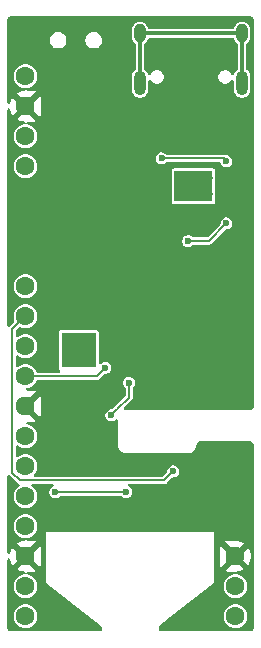
<source format=gbr>
%TF.GenerationSoftware,KiCad,Pcbnew,9.0.0*%
%TF.CreationDate,2025-03-18T00:42:33+02:00*%
%TF.ProjectId,haptic-bracelet,68617074-6963-42d6-9272-6163656c6574,rev?*%
%TF.SameCoordinates,Original*%
%TF.FileFunction,Copper,L2,Bot*%
%TF.FilePolarity,Positive*%
%FSLAX46Y46*%
G04 Gerber Fmt 4.6, Leading zero omitted, Abs format (unit mm)*
G04 Created by KiCad (PCBNEW 9.0.0) date 2025-03-18 00:42:33*
%MOMM*%
%LPD*%
G01*
G04 APERTURE LIST*
G04 Aperture macros list*
%AMFreePoly0*
4,1,37,0.603843,0.796157,0.639018,0.796157,0.711114,0.766294,0.766294,0.711114,0.796157,0.639018,0.796157,0.603843,0.800000,0.600000,0.800000,-0.600000,0.796157,-0.603843,0.796157,-0.639018,0.766294,-0.711114,0.711114,-0.766294,0.639018,-0.796157,0.603843,-0.796157,0.600000,-0.800000,0.000000,-0.800000,0.000000,-0.796148,-0.078414,-0.796148,-0.232228,-0.765552,-0.377117,-0.705537,
-0.507515,-0.618408,-0.618408,-0.507515,-0.705537,-0.377117,-0.765552,-0.232228,-0.796148,-0.078414,-0.796148,0.078414,-0.765552,0.232228,-0.705537,0.377117,-0.618408,0.507515,-0.507515,0.618408,-0.377117,0.705537,-0.232228,0.765552,-0.078414,0.796148,0.000000,0.796148,0.000000,0.800000,0.600000,0.800000,0.603843,0.796157,0.603843,0.796157,$1*%
%AMFreePoly1*
4,1,37,0.000000,0.796148,0.078414,0.796148,0.232228,0.765552,0.377117,0.705537,0.507515,0.618408,0.618408,0.507515,0.705537,0.377117,0.765552,0.232228,0.796148,0.078414,0.796148,-0.078414,0.765552,-0.232228,0.705537,-0.377117,0.618408,-0.507515,0.507515,-0.618408,0.377117,-0.705537,0.232228,-0.765552,0.078414,-0.796148,0.000000,-0.796148,0.000000,-0.800000,-0.600000,-0.800000,
-0.603843,-0.796157,-0.639018,-0.796157,-0.711114,-0.766294,-0.766294,-0.711114,-0.796157,-0.639018,-0.796157,-0.603843,-0.800000,-0.600000,-0.800000,0.600000,-0.796157,0.603843,-0.796157,0.639018,-0.766294,0.711114,-0.711114,0.766294,-0.639018,0.796157,-0.603843,0.796157,-0.600000,0.800000,0.000000,0.800000,0.000000,0.796148,0.000000,0.796148,$1*%
G04 Aperture macros list end*
%TA.AperFunction,HeatsinkPad*%
%ADD10O,1.000000X2.100000*%
%TD*%
%TA.AperFunction,HeatsinkPad*%
%ADD11O,1.000000X1.600000*%
%TD*%
%TA.AperFunction,HeatsinkPad*%
%ADD12C,0.600000*%
%TD*%
%TA.AperFunction,HeatsinkPad*%
%ADD13R,3.000000X3.000000*%
%TD*%
%TA.AperFunction,ComponentPad*%
%ADD14C,0.630000*%
%TD*%
%TA.AperFunction,SMDPad,CuDef*%
%ADD15R,3.300000X2.600000*%
%TD*%
%TA.AperFunction,ComponentPad*%
%ADD16FreePoly0,180.000000*%
%TD*%
%TA.AperFunction,ComponentPad*%
%ADD17C,1.600000*%
%TD*%
%TA.AperFunction,ComponentPad*%
%ADD18FreePoly1,180.000000*%
%TD*%
%TA.AperFunction,ViaPad*%
%ADD19C,0.600000*%
%TD*%
%TA.AperFunction,Conductor*%
%ADD20C,0.200000*%
%TD*%
%TA.AperFunction,Conductor*%
%ADD21C,0.300000*%
%TD*%
G04 APERTURE END LIST*
D10*
%TO.P,J5,S1,SHIELD*%
%TO.N,Net-(J5-SHIELD)*%
X174570000Y-78105000D03*
D11*
X174570000Y-73925000D03*
D10*
X165930000Y-78105000D03*
D11*
X165930000Y-73925000D03*
%TD*%
D12*
%TO.P,U2,17*%
%TO.N,N/C*%
X159550000Y-101950000D03*
X161950000Y-101950000D03*
D13*
X160750000Y-100750000D03*
D12*
X159550000Y-99550000D03*
X161950000Y-99550000D03*
%TD*%
D14*
%TO.P,U1,9*%
%TO.N,N/C*%
X171750000Y-86200000D03*
X170450000Y-86200000D03*
X169150000Y-86200000D03*
D15*
X170450000Y-86850000D03*
D14*
X171750000Y-87500000D03*
X170450000Y-87500000D03*
X169150000Y-87500000D03*
%TD*%
D16*
%TO.P,A1,18,GND*%
%TO.N,GND*%
X174000000Y-118180000D03*
D17*
%TO.P,A1,19,GPIO14*%
%TO.N,AUX_DETECT*%
X174000000Y-120720000D03*
%TO.P,A1,20,GPIO15*%
%TO.N,AUX_DIGITAL*%
X174000000Y-123260000D03*
%TO.P,A1,21,GPIO16*%
%TO.N,unconnected-(A1-GPIO16-Pad21)*%
X156220000Y-123260000D03*
%TO.P,A1,22,GPIO17*%
%TO.N,unconnected-(A1-GPIO17-Pad22)*%
X156220000Y-120720000D03*
D18*
%TO.P,A1,23,GND*%
%TO.N,GND*%
X156220000Y-118180000D03*
D17*
%TO.P,A1,24,GPIO18*%
%TO.N,PAIR_BUTTON*%
X156220000Y-115640000D03*
%TO.P,A1,25,GPIO19*%
%TO.N,LED*%
X156220000Y-113100000D03*
%TO.P,A1,26,GPIO20*%
%TO.N,IA2*%
X156220000Y-110560000D03*
%TO.P,A1,27,GPIO21*%
%TO.N,IA1*%
X156220000Y-108020000D03*
D18*
%TO.P,A1,28,GND*%
%TO.N,GND*%
X156220000Y-105480000D03*
D17*
%TO.P,A1,29,GPIO22*%
%TO.N,nFAULT*%
X156220000Y-102940000D03*
%TO.P,A1,30,RUN*%
%TO.N,unconnected-(A1-RUN-Pad30)*%
X156220000Y-100400000D03*
%TO.P,A1,31,GPIO26_ADC0*%
%TO.N,AUX_ANALOG*%
X156220000Y-97860000D03*
%TO.P,A1,32,GPIO27_ADC1*%
%TO.N,unconnected-(A1-GPIO27_ADC1-Pad32)*%
X156220000Y-95320000D03*
%TO.P,A1,36,3V3*%
%TO.N,Net-(A1-3V3)*%
X156220000Y-85160000D03*
%TO.P,A1,37,3V3_EN*%
%TO.N,unconnected-(A1-3V3_EN-Pad37)*%
X156220000Y-82620000D03*
D18*
%TO.P,A1,38,GND*%
%TO.N,GND*%
X156220000Y-80080000D03*
D17*
%TO.P,A1,39,VSYS*%
%TO.N,Net-(A1-VSYS)*%
X156220000Y-77540000D03*
%TD*%
D19*
%TO.N,GND*%
X171750000Y-111000000D03*
X160000000Y-88000000D03*
X158750000Y-94500000D03*
X158750000Y-93750000D03*
X158000000Y-95250000D03*
X169750000Y-80500000D03*
X159750000Y-104750000D03*
X159500000Y-93750000D03*
X158750000Y-95250000D03*
X158000000Y-94500000D03*
X159500000Y-95250000D03*
X170500000Y-82000000D03*
X166500000Y-89500000D03*
X166000000Y-85250000D03*
X169000000Y-81250000D03*
X159500000Y-94500000D03*
X160250000Y-89250000D03*
X169750000Y-81250000D03*
X169750000Y-82000000D03*
X162750000Y-107750000D03*
X170500000Y-81250000D03*
X169000000Y-80500000D03*
X160250000Y-90250000D03*
X169000000Y-82000000D03*
X170500000Y-80500000D03*
X158000000Y-93750000D03*
X167000000Y-113000000D03*
%TO.N,Net-(U1-~{STDBY})*%
X170000000Y-91500000D03*
X173250000Y-90000000D03*
%TO.N,+5V*%
X167750000Y-84500000D03*
X173250000Y-84750000D03*
%TO.N,+3V3*%
X158750000Y-112750000D03*
X163500000Y-106250000D03*
X165000000Y-103500000D03*
X164750000Y-112750000D03*
%TO.N,AUX_ANALOG*%
X168750000Y-111000000D03*
%TO.N,nFAULT*%
X163000000Y-102250000D03*
%TD*%
D20*
%TO.N,Net-(U1-~{STDBY})*%
X170000000Y-91500000D02*
X171750000Y-91500000D01*
X171750000Y-91500000D02*
X173250000Y-90000000D01*
%TO.N,+5V*%
X173250000Y-84750000D02*
X173000000Y-84500000D01*
X173000000Y-84500000D02*
X167750000Y-84500000D01*
%TO.N,+3V3*%
X165000000Y-104750000D02*
X164000000Y-105750000D01*
X165000000Y-103500000D02*
X165000000Y-104750000D01*
X164750000Y-112750000D02*
X158750000Y-112750000D01*
X164000000Y-105750000D02*
X163500000Y-106250000D01*
%TO.N,AUX_ANALOG*%
X168000000Y-111750000D02*
X168750000Y-111000000D01*
X155114000Y-98966000D02*
X155114000Y-111114000D01*
X156220000Y-97860000D02*
X155114000Y-98966000D01*
X155750000Y-111750000D02*
X168000000Y-111750000D01*
X155114000Y-111114000D02*
X155750000Y-111750000D01*
D21*
%TO.N,Net-(J5-SHIELD)*%
X165930000Y-78105000D02*
X165930000Y-73925000D01*
X174570000Y-78105000D02*
X174570000Y-73925000D01*
X165930000Y-73925000D02*
X174570000Y-73925000D01*
D20*
%TO.N,nFAULT*%
X162310000Y-102940000D02*
X156220000Y-102940000D01*
X163000000Y-102250000D02*
X162310000Y-102940000D01*
%TD*%
%TA.AperFunction,Conductor*%
%TO.N,GND*%
G36*
X175259647Y-72452026D02*
G01*
X175323152Y-72462085D01*
X175360046Y-72474072D01*
X175408545Y-72498783D01*
X175410452Y-72500169D01*
X175411676Y-72500436D01*
X175439930Y-72521587D01*
X175478412Y-72560069D01*
X175501216Y-72591455D01*
X175525926Y-72639951D01*
X175537914Y-72676846D01*
X175547973Y-72740350D01*
X175549500Y-72759750D01*
X175549501Y-105460119D01*
X175549501Y-105490242D01*
X175547974Y-105509641D01*
X175537914Y-105573152D01*
X175525926Y-105610048D01*
X175501216Y-105658544D01*
X175478412Y-105689930D01*
X175439930Y-105728412D01*
X175408544Y-105751216D01*
X175360048Y-105775926D01*
X175323151Y-105787914D01*
X175268412Y-105796583D01*
X175259647Y-105797972D01*
X175240251Y-105799499D01*
X164789881Y-105799499D01*
X164749999Y-105799499D01*
X164749740Y-105799499D01*
X164710118Y-105799499D01*
X164710116Y-105799499D01*
X164710106Y-105799499D01*
X164674914Y-105799500D01*
X164674913Y-105796749D01*
X164617735Y-105785584D01*
X164567286Y-105737245D01*
X164550979Y-105669305D01*
X164573993Y-105603334D01*
X164587137Y-105587833D01*
X165240460Y-104934511D01*
X165280022Y-104865988D01*
X165300500Y-104789562D01*
X165300500Y-104710438D01*
X165300500Y-103958676D01*
X165320185Y-103891637D01*
X165336819Y-103870995D01*
X165400500Y-103807314D01*
X165466392Y-103693186D01*
X165500500Y-103565892D01*
X165500500Y-103434108D01*
X165466392Y-103306814D01*
X165400500Y-103192686D01*
X165307314Y-103099500D01*
X165250250Y-103066554D01*
X165193187Y-103033608D01*
X165129539Y-103016554D01*
X165065892Y-102999500D01*
X164934108Y-102999500D01*
X164806812Y-103033608D01*
X164692686Y-103099500D01*
X164692683Y-103099502D01*
X164599502Y-103192683D01*
X164599500Y-103192686D01*
X164533608Y-103306812D01*
X164499500Y-103434108D01*
X164499500Y-103565891D01*
X164533608Y-103693187D01*
X164557148Y-103733959D01*
X164599500Y-103807314D01*
X164599502Y-103807316D01*
X164663181Y-103870995D01*
X164696666Y-103932318D01*
X164699500Y-103958676D01*
X164699500Y-104574167D01*
X164679815Y-104641206D01*
X164663181Y-104661848D01*
X163815489Y-105509540D01*
X163611847Y-105713181D01*
X163550524Y-105746666D01*
X163524166Y-105749500D01*
X163434108Y-105749500D01*
X163306812Y-105783608D01*
X163192686Y-105849500D01*
X163192683Y-105849502D01*
X163099502Y-105942683D01*
X163099500Y-105942686D01*
X163033608Y-106056812D01*
X162999500Y-106184108D01*
X162999500Y-106315891D01*
X163033608Y-106443187D01*
X163043382Y-106460115D01*
X163099500Y-106557314D01*
X163192686Y-106650500D01*
X163306814Y-106716392D01*
X163434108Y-106750500D01*
X163434110Y-106750500D01*
X163565890Y-106750500D01*
X163565892Y-106750500D01*
X163693186Y-106716392D01*
X163807314Y-106650500D01*
X163837818Y-106619996D01*
X163899141Y-106586511D01*
X163968833Y-106591495D01*
X164024766Y-106633367D01*
X164049183Y-106698831D01*
X164049499Y-106707677D01*
X164049499Y-108818996D01*
X164049500Y-108818997D01*
X164076418Y-108954323D01*
X164076421Y-108954333D01*
X164129221Y-109081805D01*
X164129228Y-109081818D01*
X164205885Y-109196542D01*
X164205888Y-109196546D01*
X164303453Y-109294111D01*
X164303457Y-109294114D01*
X164418181Y-109370771D01*
X164418194Y-109370778D01*
X164545666Y-109423578D01*
X164545671Y-109423580D01*
X164545675Y-109423580D01*
X164545676Y-109423581D01*
X164681002Y-109450500D01*
X164681005Y-109450500D01*
X164695675Y-109450500D01*
X164695683Y-109450501D01*
X164710117Y-109450501D01*
X170064545Y-109450501D01*
X170064549Y-109450500D01*
X170068997Y-109450500D01*
X170160041Y-109432389D01*
X170204329Y-109423580D01*
X170331812Y-109370775D01*
X170446543Y-109294114D01*
X170544114Y-109196543D01*
X170620775Y-109081812D01*
X170673580Y-108954329D01*
X170700500Y-108818995D01*
X170700500Y-108759734D01*
X170702026Y-108740357D01*
X170712086Y-108676843D01*
X170724071Y-108639954D01*
X170748785Y-108591451D01*
X170771584Y-108560072D01*
X170810072Y-108521584D01*
X170841451Y-108498785D01*
X170889954Y-108474071D01*
X170926845Y-108462085D01*
X170976134Y-108454278D01*
X170990358Y-108452026D01*
X171009756Y-108450499D01*
X175240247Y-108450499D01*
X175259646Y-108452026D01*
X175290304Y-108456882D01*
X175323153Y-108462085D01*
X175360046Y-108474072D01*
X175408545Y-108498783D01*
X175439930Y-108521587D01*
X175478412Y-108560069D01*
X175501216Y-108591455D01*
X175525926Y-108639951D01*
X175537914Y-108676847D01*
X175547971Y-108740346D01*
X175547973Y-108740354D01*
X175549500Y-108759753D01*
X175549500Y-124240242D01*
X175547973Y-124259641D01*
X175537913Y-124323154D01*
X175525925Y-124360049D01*
X175501217Y-124408542D01*
X175499830Y-124410450D01*
X175499564Y-124411675D01*
X175478413Y-124439929D01*
X175439929Y-124478413D01*
X175408542Y-124501217D01*
X175360049Y-124525925D01*
X175323154Y-124537913D01*
X175285734Y-124543840D01*
X175259639Y-124547973D01*
X175240243Y-124549500D01*
X167634000Y-124549500D01*
X167566961Y-124529815D01*
X167521206Y-124477011D01*
X167510000Y-124425500D01*
X167510000Y-124180597D01*
X167529685Y-124113558D01*
X167557941Y-124082664D01*
X168490371Y-123358543D01*
X172999499Y-123358543D01*
X173037947Y-123551829D01*
X173037950Y-123551839D01*
X173113364Y-123733907D01*
X173113371Y-123733920D01*
X173222860Y-123897781D01*
X173222863Y-123897785D01*
X173362214Y-124037136D01*
X173362218Y-124037139D01*
X173526079Y-124146628D01*
X173526092Y-124146635D01*
X173679356Y-124210118D01*
X173708165Y-124222051D01*
X173708169Y-124222051D01*
X173708170Y-124222052D01*
X173901456Y-124260500D01*
X173901459Y-124260500D01*
X174098543Y-124260500D01*
X174228582Y-124234632D01*
X174291835Y-124222051D01*
X174473914Y-124146632D01*
X174637782Y-124037139D01*
X174777139Y-123897782D01*
X174886632Y-123733914D01*
X174962051Y-123551835D01*
X175000500Y-123358541D01*
X175000500Y-123161459D01*
X175000500Y-123161456D01*
X174962052Y-122968170D01*
X174962051Y-122968169D01*
X174962051Y-122968165D01*
X174962049Y-122968160D01*
X174886635Y-122786092D01*
X174886628Y-122786079D01*
X174777139Y-122622218D01*
X174777136Y-122622214D01*
X174637785Y-122482863D01*
X174637781Y-122482860D01*
X174473920Y-122373371D01*
X174473907Y-122373364D01*
X174291839Y-122297950D01*
X174291829Y-122297947D01*
X174098543Y-122259500D01*
X174098541Y-122259500D01*
X173901459Y-122259500D01*
X173901457Y-122259500D01*
X173708170Y-122297947D01*
X173708160Y-122297950D01*
X173526092Y-122373364D01*
X173526079Y-122373371D01*
X173362218Y-122482860D01*
X173362214Y-122482863D01*
X173222863Y-122622214D01*
X173222860Y-122622218D01*
X173113371Y-122786079D01*
X173113364Y-122786092D01*
X173037950Y-122968160D01*
X173037947Y-122968170D01*
X172999500Y-123161456D01*
X172999500Y-123161459D01*
X172999500Y-123358541D01*
X172999500Y-123358543D01*
X172999499Y-123358543D01*
X168490371Y-123358543D01*
X172210000Y-120469895D01*
X172210000Y-117540219D01*
X172695000Y-117540219D01*
X172695000Y-118819785D01*
X172697893Y-118873762D01*
X172697893Y-118873764D01*
X172733438Y-119013030D01*
X172733442Y-119013043D01*
X172756862Y-119069584D01*
X173517037Y-118309410D01*
X173534075Y-118372993D01*
X173599901Y-118487007D01*
X173692993Y-118580099D01*
X173807007Y-118645925D01*
X173870589Y-118662962D01*
X173110414Y-119423135D01*
X173166960Y-119446557D01*
X173166964Y-119446559D01*
X173217946Y-119464544D01*
X173360219Y-119484999D01*
X173360221Y-119485000D01*
X173821377Y-119485000D01*
X173888416Y-119504685D01*
X173934171Y-119557489D01*
X173944115Y-119626647D01*
X173915090Y-119690203D01*
X173856312Y-119727977D01*
X173845568Y-119730617D01*
X173708172Y-119757947D01*
X173708160Y-119757950D01*
X173526092Y-119833364D01*
X173526079Y-119833371D01*
X173362218Y-119942860D01*
X173362214Y-119942863D01*
X173222863Y-120082214D01*
X173222860Y-120082218D01*
X173113371Y-120246079D01*
X173113364Y-120246092D01*
X173037950Y-120428160D01*
X173037947Y-120428170D01*
X172999500Y-120621456D01*
X172999500Y-120621459D01*
X172999500Y-120818541D01*
X172999500Y-120818543D01*
X172999499Y-120818543D01*
X173037947Y-121011829D01*
X173037950Y-121011839D01*
X173113364Y-121193907D01*
X173113371Y-121193920D01*
X173222860Y-121357781D01*
X173222863Y-121357785D01*
X173362214Y-121497136D01*
X173362218Y-121497139D01*
X173526079Y-121606628D01*
X173526092Y-121606635D01*
X173708160Y-121682049D01*
X173708165Y-121682051D01*
X173708169Y-121682051D01*
X173708170Y-121682052D01*
X173901456Y-121720500D01*
X173901459Y-121720500D01*
X174098543Y-121720500D01*
X174228582Y-121694632D01*
X174291835Y-121682051D01*
X174473914Y-121606632D01*
X174637782Y-121497139D01*
X174777139Y-121357782D01*
X174886632Y-121193914D01*
X174962051Y-121011835D01*
X175000500Y-120818541D01*
X175000500Y-120621459D01*
X175000500Y-120621456D01*
X174962052Y-120428170D01*
X174962051Y-120428169D01*
X174962051Y-120428165D01*
X174962049Y-120428160D01*
X174886635Y-120246092D01*
X174886628Y-120246079D01*
X174777139Y-120082218D01*
X174777136Y-120082214D01*
X174637785Y-119942863D01*
X174637781Y-119942860D01*
X174473920Y-119833371D01*
X174473907Y-119833364D01*
X174291839Y-119757950D01*
X174291829Y-119757947D01*
X174123389Y-119724442D01*
X174061478Y-119692057D01*
X174026904Y-119631341D01*
X174030644Y-119561572D01*
X174071511Y-119504900D01*
X174135429Y-119479422D01*
X174177297Y-119475298D01*
X174177302Y-119475298D01*
X174331864Y-119444555D01*
X174426612Y-119415814D01*
X174572198Y-119355509D01*
X174659511Y-119308838D01*
X174659515Y-119308837D01*
X174728913Y-119262465D01*
X174129410Y-118662962D01*
X174192993Y-118645925D01*
X174307007Y-118580099D01*
X174400099Y-118487007D01*
X174465925Y-118372993D01*
X174482962Y-118309410D01*
X175082465Y-118908913D01*
X175128837Y-118839515D01*
X175128838Y-118839511D01*
X175175509Y-118752198D01*
X175235814Y-118606612D01*
X175264555Y-118511864D01*
X175295298Y-118357302D01*
X175295298Y-118357299D01*
X175301500Y-118294329D01*
X175301500Y-118065669D01*
X175295298Y-118002700D01*
X175295298Y-118002697D01*
X175264555Y-117848135D01*
X175235814Y-117753387D01*
X175175509Y-117607801D01*
X175128844Y-117520498D01*
X175128838Y-117520488D01*
X175082465Y-117451085D01*
X174482962Y-118050588D01*
X174465925Y-117987007D01*
X174400099Y-117872993D01*
X174307007Y-117779901D01*
X174192993Y-117714075D01*
X174129410Y-117697037D01*
X174728912Y-117097534D01*
X174659511Y-117051161D01*
X174659501Y-117051155D01*
X174572198Y-117004490D01*
X174426612Y-116944185D01*
X174331864Y-116915444D01*
X174177300Y-116884701D01*
X174078790Y-116875000D01*
X173360214Y-116875000D01*
X173306237Y-116877893D01*
X173306235Y-116877893D01*
X173166976Y-116913436D01*
X173166962Y-116913441D01*
X173110415Y-116936863D01*
X173870589Y-117697037D01*
X173807007Y-117714075D01*
X173692993Y-117779901D01*
X173599901Y-117872993D01*
X173534075Y-117987007D01*
X173517037Y-118050589D01*
X172756863Y-117290415D01*
X172756862Y-117290415D01*
X172733446Y-117346947D01*
X172733431Y-117346987D01*
X172715457Y-117397939D01*
X172715455Y-117397946D01*
X172695000Y-117540219D01*
X172210000Y-117540219D01*
X172210000Y-116130000D01*
X158010000Y-116130000D01*
X158010000Y-120469895D01*
X162662057Y-124082663D01*
X162702931Y-124139327D01*
X162710000Y-124180597D01*
X162710000Y-124425500D01*
X162690315Y-124492539D01*
X162637511Y-124538294D01*
X162586000Y-124549500D01*
X155009750Y-124549500D01*
X154990354Y-124547973D01*
X154955150Y-124542397D01*
X154926846Y-124537914D01*
X154889951Y-124525926D01*
X154841455Y-124501216D01*
X154810069Y-124478412D01*
X154771587Y-124439930D01*
X154748783Y-124408544D01*
X154724073Y-124360048D01*
X154712085Y-124323151D01*
X154711426Y-124318993D01*
X154702026Y-124259640D01*
X154700499Y-124240242D01*
X154700499Y-123358543D01*
X155219499Y-123358543D01*
X155257947Y-123551829D01*
X155257950Y-123551839D01*
X155333364Y-123733907D01*
X155333371Y-123733920D01*
X155442860Y-123897781D01*
X155442863Y-123897785D01*
X155582214Y-124037136D01*
X155582218Y-124037139D01*
X155746079Y-124146628D01*
X155746092Y-124146635D01*
X155899356Y-124210118D01*
X155928165Y-124222051D01*
X155928169Y-124222051D01*
X155928170Y-124222052D01*
X156121456Y-124260500D01*
X156121459Y-124260500D01*
X156318543Y-124260500D01*
X156448582Y-124234632D01*
X156511835Y-124222051D01*
X156693914Y-124146632D01*
X156857782Y-124037139D01*
X156997139Y-123897782D01*
X157106632Y-123733914D01*
X157182051Y-123551835D01*
X157220500Y-123358541D01*
X157220500Y-123161459D01*
X157220500Y-123161456D01*
X157182052Y-122968170D01*
X157182051Y-122968169D01*
X157182051Y-122968165D01*
X157182049Y-122968160D01*
X157106635Y-122786092D01*
X157106628Y-122786079D01*
X156997139Y-122622218D01*
X156997136Y-122622214D01*
X156857785Y-122482863D01*
X156857781Y-122482860D01*
X156693920Y-122373371D01*
X156693907Y-122373364D01*
X156511839Y-122297950D01*
X156511829Y-122297947D01*
X156318543Y-122259500D01*
X156318541Y-122259500D01*
X156121459Y-122259500D01*
X156121457Y-122259500D01*
X155928170Y-122297947D01*
X155928160Y-122297950D01*
X155746092Y-122373364D01*
X155746079Y-122373371D01*
X155582218Y-122482860D01*
X155582214Y-122482863D01*
X155442863Y-122622214D01*
X155442860Y-122622218D01*
X155333371Y-122786079D01*
X155333364Y-122786092D01*
X155257950Y-122968160D01*
X155257947Y-122968170D01*
X155219500Y-123161456D01*
X155219500Y-123161459D01*
X155219500Y-123358541D01*
X155219500Y-123358543D01*
X155219499Y-123358543D01*
X154700499Y-123358543D01*
X154700499Y-118489158D01*
X154720184Y-118422119D01*
X154772988Y-118376364D01*
X154842146Y-118366420D01*
X154905702Y-118395445D01*
X154943476Y-118454223D01*
X154946117Y-118464968D01*
X154955444Y-118511864D01*
X154984185Y-118606612D01*
X155044490Y-118752198D01*
X155091155Y-118839501D01*
X155091161Y-118839511D01*
X155137534Y-118908912D01*
X155737037Y-118309410D01*
X155754075Y-118372993D01*
X155819901Y-118487007D01*
X155912993Y-118580099D01*
X156027007Y-118645925D01*
X156090589Y-118662962D01*
X155491085Y-119262465D01*
X155560488Y-119308838D01*
X155560498Y-119308844D01*
X155647801Y-119355509D01*
X155793387Y-119415814D01*
X155888135Y-119444555D01*
X156042699Y-119475298D01*
X156084571Y-119479422D01*
X156149358Y-119505582D01*
X156189718Y-119562616D01*
X156192835Y-119632416D01*
X156157722Y-119692821D01*
X156096610Y-119724442D01*
X155928170Y-119757947D01*
X155928160Y-119757950D01*
X155746092Y-119833364D01*
X155746079Y-119833371D01*
X155582218Y-119942860D01*
X155582214Y-119942863D01*
X155442863Y-120082214D01*
X155442860Y-120082218D01*
X155333371Y-120246079D01*
X155333364Y-120246092D01*
X155257950Y-120428160D01*
X155257947Y-120428170D01*
X155219500Y-120621456D01*
X155219500Y-120621459D01*
X155219500Y-120818541D01*
X155219500Y-120818543D01*
X155219499Y-120818543D01*
X155257947Y-121011829D01*
X155257950Y-121011839D01*
X155333364Y-121193907D01*
X155333371Y-121193920D01*
X155442860Y-121357781D01*
X155442863Y-121357785D01*
X155582214Y-121497136D01*
X155582218Y-121497139D01*
X155746079Y-121606628D01*
X155746092Y-121606635D01*
X155928160Y-121682049D01*
X155928165Y-121682051D01*
X155928169Y-121682051D01*
X155928170Y-121682052D01*
X156121456Y-121720500D01*
X156121459Y-121720500D01*
X156318543Y-121720500D01*
X156448582Y-121694632D01*
X156511835Y-121682051D01*
X156693914Y-121606632D01*
X156857782Y-121497139D01*
X156997139Y-121357782D01*
X157106632Y-121193914D01*
X157182051Y-121011835D01*
X157220500Y-120818541D01*
X157220500Y-120621459D01*
X157220500Y-120621456D01*
X157182052Y-120428170D01*
X157182051Y-120428169D01*
X157182051Y-120428165D01*
X157182049Y-120428160D01*
X157106635Y-120246092D01*
X157106628Y-120246079D01*
X156997139Y-120082218D01*
X156997136Y-120082214D01*
X156857785Y-119942863D01*
X156857781Y-119942860D01*
X156693920Y-119833371D01*
X156693907Y-119833364D01*
X156511839Y-119757950D01*
X156511827Y-119757947D01*
X156374432Y-119730617D01*
X156312521Y-119698232D01*
X156277946Y-119637516D01*
X156281686Y-119567747D01*
X156322553Y-119511075D01*
X156387571Y-119485494D01*
X156398623Y-119485000D01*
X156859786Y-119485000D01*
X156913762Y-119482106D01*
X156913764Y-119482106D01*
X157053039Y-119446558D01*
X157109584Y-119423136D01*
X157109584Y-119423135D01*
X156349410Y-118662962D01*
X156412993Y-118645925D01*
X156527007Y-118580099D01*
X156620099Y-118487007D01*
X156685925Y-118372993D01*
X156702962Y-118309411D01*
X157463135Y-119069584D01*
X157463136Y-119069584D01*
X157486552Y-119013053D01*
X157504544Y-118962053D01*
X157524999Y-118819780D01*
X157525000Y-118819779D01*
X157525000Y-117540214D01*
X157522106Y-117486237D01*
X157522106Y-117486235D01*
X157486561Y-117346969D01*
X157486559Y-117346962D01*
X157463135Y-117290414D01*
X156702962Y-118050588D01*
X156685925Y-117987007D01*
X156620099Y-117872993D01*
X156527007Y-117779901D01*
X156412993Y-117714075D01*
X156349410Y-117697037D01*
X157109584Y-116936862D01*
X157053059Y-116913449D01*
X157002053Y-116895455D01*
X156859780Y-116875000D01*
X156398623Y-116875000D01*
X156331584Y-116855315D01*
X156285829Y-116802511D01*
X156275885Y-116733353D01*
X156304910Y-116669797D01*
X156363688Y-116632023D01*
X156374432Y-116629383D01*
X156439776Y-116616384D01*
X156511835Y-116602051D01*
X156693914Y-116526632D01*
X156857782Y-116417139D01*
X156997139Y-116277782D01*
X157106632Y-116113914D01*
X157182051Y-115931835D01*
X157220500Y-115738541D01*
X157220500Y-115541459D01*
X157220500Y-115541456D01*
X157182052Y-115348170D01*
X157182051Y-115348169D01*
X157182051Y-115348165D01*
X157182049Y-115348160D01*
X157106635Y-115166092D01*
X157106628Y-115166079D01*
X156997139Y-115002218D01*
X156997136Y-115002214D01*
X156857785Y-114862863D01*
X156857781Y-114862860D01*
X156693920Y-114753371D01*
X156693907Y-114753364D01*
X156511839Y-114677950D01*
X156511829Y-114677947D01*
X156318543Y-114639500D01*
X156318541Y-114639500D01*
X156121459Y-114639500D01*
X156121457Y-114639500D01*
X155928170Y-114677947D01*
X155928160Y-114677950D01*
X155746092Y-114753364D01*
X155746079Y-114753371D01*
X155582218Y-114862860D01*
X155582214Y-114862863D01*
X155442863Y-115002214D01*
X155442860Y-115002218D01*
X155333371Y-115166079D01*
X155333364Y-115166092D01*
X155257950Y-115348160D01*
X155257947Y-115348170D01*
X155219500Y-115541456D01*
X155219500Y-115541459D01*
X155219500Y-115738541D01*
X155219500Y-115738543D01*
X155219499Y-115738543D01*
X155257947Y-115931829D01*
X155257950Y-115931839D01*
X155333364Y-116113907D01*
X155333371Y-116113920D01*
X155442860Y-116277781D01*
X155442863Y-116277785D01*
X155582214Y-116417136D01*
X155582218Y-116417139D01*
X155746079Y-116526628D01*
X155746092Y-116526635D01*
X155928160Y-116602049D01*
X155928165Y-116602051D01*
X156065571Y-116629383D01*
X156096609Y-116635557D01*
X156158520Y-116667942D01*
X156193094Y-116728657D01*
X156189355Y-116798427D01*
X156148488Y-116855099D01*
X156084573Y-116880577D01*
X156042697Y-116884701D01*
X155888135Y-116915444D01*
X155793387Y-116944185D01*
X155647801Y-117004490D01*
X155560493Y-117051158D01*
X155491086Y-117097534D01*
X155491085Y-117097534D01*
X156090589Y-117697037D01*
X156027007Y-117714075D01*
X155912993Y-117779901D01*
X155819901Y-117872993D01*
X155754075Y-117987007D01*
X155737037Y-118050588D01*
X155137534Y-117451085D01*
X155137534Y-117451086D01*
X155091158Y-117520493D01*
X155044490Y-117607801D01*
X154984185Y-117753387D01*
X154955444Y-117848137D01*
X154955441Y-117848149D01*
X154946116Y-117895032D01*
X154913732Y-117956943D01*
X154853016Y-117991517D01*
X154783246Y-117987778D01*
X154726574Y-117946912D01*
X154700993Y-117881894D01*
X154700499Y-117870841D01*
X154700499Y-111424832D01*
X154720184Y-111357793D01*
X154772988Y-111312038D01*
X154842146Y-111302094D01*
X154905702Y-111331119D01*
X154912180Y-111337151D01*
X155509540Y-111934511D01*
X155565489Y-111990460D01*
X155565491Y-111990461D01*
X155565495Y-111990464D01*
X155634004Y-112030017D01*
X155634011Y-112030021D01*
X155645513Y-112033103D01*
X155705171Y-112069464D01*
X155735703Y-112132310D01*
X155727410Y-112201686D01*
X155682926Y-112255565D01*
X155682312Y-112255978D01*
X155582220Y-112322858D01*
X155582214Y-112322863D01*
X155442863Y-112462214D01*
X155442860Y-112462218D01*
X155333371Y-112626079D01*
X155333364Y-112626092D01*
X155257950Y-112808160D01*
X155257947Y-112808170D01*
X155219500Y-113001456D01*
X155219500Y-113001459D01*
X155219500Y-113198541D01*
X155219500Y-113198543D01*
X155219499Y-113198543D01*
X155257947Y-113391829D01*
X155257950Y-113391839D01*
X155333364Y-113573907D01*
X155333371Y-113573920D01*
X155442860Y-113737781D01*
X155442863Y-113737785D01*
X155582214Y-113877136D01*
X155582218Y-113877139D01*
X155746079Y-113986628D01*
X155746092Y-113986635D01*
X155928160Y-114062049D01*
X155928165Y-114062051D01*
X155928169Y-114062051D01*
X155928170Y-114062052D01*
X156121456Y-114100500D01*
X156121459Y-114100500D01*
X156318543Y-114100500D01*
X156448582Y-114074632D01*
X156511835Y-114062051D01*
X156693914Y-113986632D01*
X156857782Y-113877139D01*
X156997139Y-113737782D01*
X157106632Y-113573914D01*
X157182051Y-113391835D01*
X157210165Y-113250499D01*
X157220500Y-113198543D01*
X157220500Y-113001456D01*
X157182052Y-112808170D01*
X157182051Y-112808169D01*
X157182051Y-112808165D01*
X157182049Y-112808160D01*
X157106635Y-112626092D01*
X157106628Y-112626079D01*
X156997139Y-112462218D01*
X156997136Y-112462214D01*
X156857785Y-112322863D01*
X156857781Y-112322860D01*
X156790048Y-112277602D01*
X156745243Y-112223990D01*
X156736536Y-112154665D01*
X156766691Y-112091637D01*
X156826134Y-112054918D01*
X156858939Y-112050500D01*
X158497794Y-112050500D01*
X158564833Y-112070185D01*
X158610588Y-112122989D01*
X158620532Y-112192147D01*
X158591507Y-112255703D01*
X158559794Y-112281887D01*
X158442689Y-112349497D01*
X158442683Y-112349502D01*
X158349502Y-112442683D01*
X158349500Y-112442686D01*
X158283608Y-112556812D01*
X158249500Y-112684108D01*
X158249500Y-112815891D01*
X158283608Y-112943187D01*
X158316554Y-113000250D01*
X158349500Y-113057314D01*
X158442686Y-113150500D01*
X158556814Y-113216392D01*
X158684108Y-113250500D01*
X158684110Y-113250500D01*
X158815890Y-113250500D01*
X158815892Y-113250500D01*
X158943186Y-113216392D01*
X159057314Y-113150500D01*
X159120995Y-113086819D01*
X159182318Y-113053334D01*
X159208676Y-113050500D01*
X164291324Y-113050500D01*
X164358363Y-113070185D01*
X164379005Y-113086819D01*
X164442686Y-113150500D01*
X164556814Y-113216392D01*
X164684108Y-113250500D01*
X164684110Y-113250500D01*
X164815890Y-113250500D01*
X164815892Y-113250500D01*
X164943186Y-113216392D01*
X165057314Y-113150500D01*
X165150500Y-113057314D01*
X165216392Y-112943186D01*
X165250500Y-112815892D01*
X165250500Y-112684108D01*
X165216392Y-112556814D01*
X165150500Y-112442686D01*
X165057314Y-112349500D01*
X165057312Y-112349499D01*
X165057310Y-112349497D01*
X164940206Y-112281887D01*
X164891990Y-112231320D01*
X164878768Y-112162713D01*
X164904736Y-112097848D01*
X164961650Y-112057320D01*
X165002206Y-112050500D01*
X168039560Y-112050500D01*
X168039562Y-112050500D01*
X168115989Y-112030021D01*
X168184511Y-111990460D01*
X168240460Y-111934511D01*
X168638151Y-111536818D01*
X168699474Y-111503334D01*
X168725832Y-111500500D01*
X168815890Y-111500500D01*
X168815892Y-111500500D01*
X168943186Y-111466392D01*
X169057314Y-111400500D01*
X169150500Y-111307314D01*
X169216392Y-111193186D01*
X169250500Y-111065892D01*
X169250500Y-110934108D01*
X169216392Y-110806814D01*
X169150500Y-110692686D01*
X169057314Y-110599500D01*
X169000250Y-110566554D01*
X168943187Y-110533608D01*
X168879539Y-110516554D01*
X168815892Y-110499500D01*
X168684108Y-110499500D01*
X168556812Y-110533608D01*
X168442686Y-110599500D01*
X168442683Y-110599502D01*
X168349502Y-110692683D01*
X168349500Y-110692686D01*
X168283608Y-110806812D01*
X168249500Y-110934108D01*
X168249500Y-111024166D01*
X168229815Y-111091205D01*
X168213181Y-111111847D01*
X167911848Y-111413181D01*
X167850525Y-111446666D01*
X167824167Y-111449500D01*
X157044784Y-111449500D01*
X156977745Y-111429815D01*
X156931990Y-111377011D01*
X156922046Y-111307853D01*
X156951071Y-111244297D01*
X156957103Y-111237819D01*
X156997136Y-111197785D01*
X156997139Y-111197782D01*
X157106632Y-111033914D01*
X157182051Y-110851835D01*
X157220500Y-110658541D01*
X157220500Y-110461459D01*
X157220500Y-110461456D01*
X157182052Y-110268170D01*
X157182051Y-110268169D01*
X157182051Y-110268165D01*
X157182049Y-110268160D01*
X157106635Y-110086092D01*
X157106628Y-110086079D01*
X156997139Y-109922218D01*
X156997136Y-109922214D01*
X156857785Y-109782863D01*
X156857781Y-109782860D01*
X156693920Y-109673371D01*
X156693907Y-109673364D01*
X156511839Y-109597950D01*
X156511829Y-109597947D01*
X156318543Y-109559500D01*
X156318541Y-109559500D01*
X156121459Y-109559500D01*
X156121457Y-109559500D01*
X155928170Y-109597947D01*
X155928160Y-109597950D01*
X155746092Y-109673364D01*
X155746079Y-109673371D01*
X155607391Y-109766040D01*
X155540713Y-109786918D01*
X155473333Y-109768433D01*
X155426643Y-109716454D01*
X155414500Y-109662938D01*
X155414500Y-108917061D01*
X155434185Y-108850022D01*
X155486989Y-108804267D01*
X155556147Y-108794323D01*
X155607391Y-108813959D01*
X155746079Y-108906628D01*
X155746092Y-108906635D01*
X155861247Y-108954333D01*
X155928165Y-108982051D01*
X155928169Y-108982051D01*
X155928170Y-108982052D01*
X156121456Y-109020500D01*
X156121459Y-109020500D01*
X156318543Y-109020500D01*
X156460305Y-108992301D01*
X156511835Y-108982051D01*
X156693914Y-108906632D01*
X156857782Y-108797139D01*
X156997139Y-108657782D01*
X157106632Y-108493914D01*
X157182051Y-108311835D01*
X157220500Y-108118541D01*
X157220500Y-107921459D01*
X157220500Y-107921456D01*
X157182052Y-107728170D01*
X157182051Y-107728169D01*
X157182051Y-107728165D01*
X157182049Y-107728160D01*
X157106635Y-107546092D01*
X157106628Y-107546079D01*
X156997139Y-107382218D01*
X156997136Y-107382214D01*
X156857785Y-107242863D01*
X156857781Y-107242860D01*
X156693920Y-107133371D01*
X156693907Y-107133364D01*
X156511839Y-107057950D01*
X156511827Y-107057947D01*
X156374432Y-107030617D01*
X156312521Y-106998232D01*
X156277946Y-106937516D01*
X156281686Y-106867747D01*
X156322553Y-106811075D01*
X156387571Y-106785494D01*
X156398623Y-106785000D01*
X156859786Y-106785000D01*
X156913762Y-106782106D01*
X156913764Y-106782106D01*
X157053039Y-106746558D01*
X157109584Y-106723136D01*
X157109584Y-106723135D01*
X156349411Y-105962962D01*
X156412993Y-105945925D01*
X156527007Y-105880099D01*
X156620099Y-105787007D01*
X156685925Y-105672993D01*
X156702962Y-105609411D01*
X157463135Y-106369584D01*
X157463136Y-106369584D01*
X157486552Y-106313053D01*
X157504544Y-106262053D01*
X157524999Y-106119780D01*
X157525000Y-106119779D01*
X157525000Y-104840214D01*
X157522106Y-104786237D01*
X157522106Y-104786235D01*
X157486561Y-104646969D01*
X157486559Y-104646962D01*
X157463135Y-104590414D01*
X156702962Y-105350588D01*
X156685925Y-105287007D01*
X156620099Y-105172993D01*
X156527007Y-105079901D01*
X156412993Y-105014075D01*
X156349408Y-104997037D01*
X157109584Y-104236862D01*
X157053059Y-104213449D01*
X157002053Y-104195455D01*
X156859780Y-104175000D01*
X156398623Y-104175000D01*
X156331584Y-104155315D01*
X156285829Y-104102511D01*
X156275885Y-104033353D01*
X156304910Y-103969797D01*
X156363688Y-103932023D01*
X156374432Y-103929383D01*
X156439776Y-103916384D01*
X156511835Y-103902051D01*
X156693914Y-103826632D01*
X156857782Y-103717139D01*
X156997139Y-103577782D01*
X157106632Y-103413914D01*
X157146755Y-103317048D01*
X157190595Y-103262644D01*
X157256889Y-103240579D01*
X157261316Y-103240500D01*
X162349560Y-103240500D01*
X162349562Y-103240500D01*
X162425989Y-103220021D01*
X162494511Y-103180460D01*
X162550460Y-103124511D01*
X162888151Y-102786818D01*
X162949474Y-102753334D01*
X162975832Y-102750500D01*
X163065890Y-102750500D01*
X163065892Y-102750500D01*
X163193186Y-102716392D01*
X163307314Y-102650500D01*
X163400500Y-102557314D01*
X163466392Y-102443186D01*
X163500500Y-102315892D01*
X163500500Y-102184108D01*
X163466392Y-102056814D01*
X163464402Y-102053368D01*
X163457563Y-102041521D01*
X163400500Y-101942686D01*
X163307314Y-101849500D01*
X163250250Y-101816554D01*
X163193187Y-101783608D01*
X163129539Y-101766554D01*
X163065892Y-101749500D01*
X162934108Y-101749500D01*
X162806812Y-101783608D01*
X162692686Y-101849500D01*
X162692683Y-101849502D01*
X162662181Y-101880005D01*
X162600858Y-101913490D01*
X162531166Y-101908506D01*
X162475233Y-101866634D01*
X162450816Y-101801170D01*
X162450500Y-101792324D01*
X162450500Y-99230249D01*
X162450499Y-99230247D01*
X162438868Y-99171770D01*
X162438867Y-99171769D01*
X162394552Y-99105447D01*
X162328230Y-99061132D01*
X162328229Y-99061131D01*
X162269752Y-99049500D01*
X162269748Y-99049500D01*
X159230252Y-99049500D01*
X159230247Y-99049500D01*
X159171770Y-99061131D01*
X159171769Y-99061132D01*
X159105447Y-99105447D01*
X159061132Y-99171769D01*
X159061131Y-99171770D01*
X159049500Y-99230247D01*
X159049500Y-102269752D01*
X159061131Y-102328229D01*
X159061132Y-102328230D01*
X159105448Y-102394553D01*
X159132156Y-102412399D01*
X159176960Y-102466011D01*
X159185667Y-102535336D01*
X159155512Y-102598364D01*
X159096068Y-102635082D01*
X159063264Y-102639500D01*
X157261316Y-102639500D01*
X157194277Y-102619815D01*
X157148522Y-102567011D01*
X157146755Y-102562952D01*
X157106635Y-102466092D01*
X157106628Y-102466079D01*
X156997139Y-102302218D01*
X156997136Y-102302214D01*
X156857785Y-102162863D01*
X156857781Y-102162860D01*
X156693920Y-102053371D01*
X156693907Y-102053364D01*
X156511839Y-101977950D01*
X156511829Y-101977947D01*
X156318543Y-101939500D01*
X156318541Y-101939500D01*
X156121459Y-101939500D01*
X156121457Y-101939500D01*
X155928170Y-101977947D01*
X155928160Y-101977950D01*
X155746092Y-102053364D01*
X155746079Y-102053371D01*
X155607391Y-102146040D01*
X155540713Y-102166918D01*
X155473333Y-102148433D01*
X155426643Y-102096454D01*
X155414500Y-102042938D01*
X155414500Y-101297061D01*
X155434185Y-101230022D01*
X155486989Y-101184267D01*
X155556147Y-101174323D01*
X155607391Y-101193959D01*
X155746079Y-101286628D01*
X155746092Y-101286635D01*
X155928160Y-101362049D01*
X155928165Y-101362051D01*
X155928169Y-101362051D01*
X155928170Y-101362052D01*
X156121456Y-101400500D01*
X156121459Y-101400500D01*
X156318543Y-101400500D01*
X156448582Y-101374632D01*
X156511835Y-101362051D01*
X156693914Y-101286632D01*
X156857782Y-101177139D01*
X156997139Y-101037782D01*
X157106632Y-100873914D01*
X157182051Y-100691835D01*
X157220500Y-100498541D01*
X157220500Y-100301459D01*
X157220500Y-100301456D01*
X157182052Y-100108170D01*
X157182051Y-100108169D01*
X157182051Y-100108165D01*
X157182049Y-100108160D01*
X157106635Y-99926092D01*
X157106628Y-99926079D01*
X156997139Y-99762218D01*
X156997136Y-99762214D01*
X156857785Y-99622863D01*
X156857781Y-99622860D01*
X156693920Y-99513371D01*
X156693907Y-99513364D01*
X156511839Y-99437950D01*
X156511829Y-99437947D01*
X156318543Y-99399500D01*
X156318541Y-99399500D01*
X156121459Y-99399500D01*
X156121457Y-99399500D01*
X155928170Y-99437947D01*
X155928160Y-99437950D01*
X155746092Y-99513364D01*
X155746079Y-99513371D01*
X155607391Y-99606040D01*
X155540713Y-99626918D01*
X155473333Y-99608433D01*
X155426643Y-99556454D01*
X155414500Y-99502938D01*
X155414500Y-99141832D01*
X155434185Y-99074793D01*
X155450815Y-99054155D01*
X155696165Y-98808804D01*
X155757486Y-98775321D01*
X155827177Y-98780305D01*
X155831254Y-98781909D01*
X155928165Y-98822051D01*
X155928169Y-98822051D01*
X155928170Y-98822052D01*
X156121456Y-98860500D01*
X156121459Y-98860500D01*
X156318543Y-98860500D01*
X156448582Y-98834632D01*
X156511835Y-98822051D01*
X156693914Y-98746632D01*
X156857782Y-98637139D01*
X156997139Y-98497782D01*
X157106632Y-98333914D01*
X157182051Y-98151835D01*
X157220500Y-97958541D01*
X157220500Y-97761459D01*
X157220500Y-97761456D01*
X157182052Y-97568170D01*
X157182051Y-97568169D01*
X157182051Y-97568165D01*
X157182049Y-97568160D01*
X157106635Y-97386092D01*
X157106628Y-97386079D01*
X156997139Y-97222218D01*
X156997136Y-97222214D01*
X156857785Y-97082863D01*
X156857781Y-97082860D01*
X156693920Y-96973371D01*
X156693907Y-96973364D01*
X156511839Y-96897950D01*
X156511829Y-96897947D01*
X156318543Y-96859500D01*
X156318541Y-96859500D01*
X156121459Y-96859500D01*
X156121457Y-96859500D01*
X155928170Y-96897947D01*
X155928160Y-96897950D01*
X155746092Y-96973364D01*
X155746079Y-96973371D01*
X155582218Y-97082860D01*
X155582214Y-97082863D01*
X155442863Y-97222214D01*
X155442860Y-97222218D01*
X155333371Y-97386079D01*
X155333364Y-97386092D01*
X155257950Y-97568160D01*
X155257947Y-97568170D01*
X155219500Y-97761456D01*
X155219500Y-97761459D01*
X155219500Y-97958541D01*
X155219500Y-97958543D01*
X155219499Y-97958543D01*
X155257947Y-98151829D01*
X155257950Y-98151839D01*
X155298072Y-98248702D01*
X155305541Y-98318171D01*
X155274266Y-98380650D01*
X155271192Y-98383835D01*
X154929489Y-98725539D01*
X154929489Y-98725540D01*
X154912178Y-98742851D01*
X154850854Y-98776334D01*
X154781162Y-98771348D01*
X154725230Y-98729475D01*
X154700815Y-98664009D01*
X154700499Y-98655167D01*
X154700499Y-98497781D01*
X154700499Y-95418543D01*
X155219499Y-95418543D01*
X155257947Y-95611829D01*
X155257950Y-95611839D01*
X155333364Y-95793907D01*
X155333371Y-95793920D01*
X155442860Y-95957781D01*
X155442863Y-95957785D01*
X155582214Y-96097136D01*
X155582218Y-96097139D01*
X155746079Y-96206628D01*
X155746092Y-96206635D01*
X155928160Y-96282049D01*
X155928165Y-96282051D01*
X155928169Y-96282051D01*
X155928170Y-96282052D01*
X156121456Y-96320500D01*
X156121459Y-96320500D01*
X156318543Y-96320500D01*
X156448582Y-96294632D01*
X156511835Y-96282051D01*
X156693914Y-96206632D01*
X156857782Y-96097139D01*
X156997139Y-95957782D01*
X157106632Y-95793914D01*
X157182051Y-95611835D01*
X157220500Y-95418541D01*
X157220500Y-95221459D01*
X157220500Y-95221456D01*
X157182052Y-95028170D01*
X157182051Y-95028169D01*
X157182051Y-95028165D01*
X157182049Y-95028160D01*
X157106635Y-94846092D01*
X157106628Y-94846079D01*
X156997139Y-94682218D01*
X156997136Y-94682214D01*
X156857785Y-94542863D01*
X156857781Y-94542860D01*
X156693920Y-94433371D01*
X156693907Y-94433364D01*
X156511839Y-94357950D01*
X156511829Y-94357947D01*
X156318543Y-94319500D01*
X156318541Y-94319500D01*
X156121459Y-94319500D01*
X156121457Y-94319500D01*
X155928170Y-94357947D01*
X155928160Y-94357950D01*
X155746092Y-94433364D01*
X155746079Y-94433371D01*
X155582218Y-94542860D01*
X155582214Y-94542863D01*
X155442863Y-94682214D01*
X155442860Y-94682218D01*
X155333371Y-94846079D01*
X155333364Y-94846092D01*
X155257950Y-95028160D01*
X155257947Y-95028170D01*
X155219500Y-95221456D01*
X155219500Y-95221459D01*
X155219500Y-95418541D01*
X155219500Y-95418543D01*
X155219499Y-95418543D01*
X154700499Y-95418543D01*
X154700499Y-91434108D01*
X169499500Y-91434108D01*
X169499500Y-91565891D01*
X169533608Y-91693187D01*
X169560902Y-91740460D01*
X169599500Y-91807314D01*
X169692686Y-91900500D01*
X169806814Y-91966392D01*
X169934108Y-92000500D01*
X169934110Y-92000500D01*
X170065890Y-92000500D01*
X170065892Y-92000500D01*
X170193186Y-91966392D01*
X170307314Y-91900500D01*
X170370995Y-91836819D01*
X170432318Y-91803334D01*
X170458676Y-91800500D01*
X171789560Y-91800500D01*
X171789562Y-91800500D01*
X171865989Y-91780021D01*
X171934511Y-91740460D01*
X171990460Y-91684511D01*
X173138151Y-90536818D01*
X173199474Y-90503334D01*
X173225832Y-90500500D01*
X173315890Y-90500500D01*
X173315892Y-90500500D01*
X173443186Y-90466392D01*
X173557314Y-90400500D01*
X173650500Y-90307314D01*
X173716392Y-90193186D01*
X173750500Y-90065892D01*
X173750500Y-89934108D01*
X173716392Y-89806814D01*
X173650500Y-89692686D01*
X173557314Y-89599500D01*
X173500250Y-89566554D01*
X173443187Y-89533608D01*
X173379539Y-89516554D01*
X173315892Y-89499500D01*
X173184108Y-89499500D01*
X173056812Y-89533608D01*
X172942686Y-89599500D01*
X172942683Y-89599502D01*
X172849502Y-89692683D01*
X172849500Y-89692686D01*
X172783608Y-89806812D01*
X172749500Y-89934108D01*
X172749500Y-90024166D01*
X172729815Y-90091205D01*
X172713181Y-90111847D01*
X171661848Y-91163181D01*
X171600525Y-91196666D01*
X171574167Y-91199500D01*
X170458676Y-91199500D01*
X170391637Y-91179815D01*
X170370995Y-91163181D01*
X170307316Y-91099502D01*
X170307314Y-91099500D01*
X170250250Y-91066554D01*
X170193187Y-91033608D01*
X170129539Y-91016554D01*
X170065892Y-90999500D01*
X169934108Y-90999500D01*
X169806812Y-91033608D01*
X169692686Y-91099500D01*
X169692683Y-91099502D01*
X169599502Y-91192683D01*
X169599500Y-91192686D01*
X169533608Y-91306812D01*
X169499500Y-91434108D01*
X154700499Y-91434108D01*
X154700499Y-85258543D01*
X155219499Y-85258543D01*
X155257947Y-85451829D01*
X155257950Y-85451839D01*
X155333364Y-85633907D01*
X155333371Y-85633920D01*
X155442860Y-85797781D01*
X155442863Y-85797785D01*
X155582214Y-85937136D01*
X155582218Y-85937139D01*
X155746079Y-86046628D01*
X155746092Y-86046635D01*
X155928160Y-86122049D01*
X155928165Y-86122051D01*
X155928169Y-86122051D01*
X155928170Y-86122052D01*
X156121456Y-86160500D01*
X156121459Y-86160500D01*
X156318543Y-86160500D01*
X156448582Y-86134632D01*
X156511835Y-86122051D01*
X156693914Y-86046632D01*
X156857782Y-85937139D01*
X156997139Y-85797782D01*
X157106632Y-85633914D01*
X157149572Y-85530247D01*
X168599500Y-85530247D01*
X168599500Y-88169752D01*
X168611131Y-88228229D01*
X168611132Y-88228230D01*
X168655447Y-88294552D01*
X168721769Y-88338867D01*
X168721770Y-88338868D01*
X168780247Y-88350499D01*
X168780250Y-88350500D01*
X168780252Y-88350500D01*
X172119750Y-88350500D01*
X172119751Y-88350499D01*
X172134568Y-88347552D01*
X172178229Y-88338868D01*
X172178229Y-88338867D01*
X172178231Y-88338867D01*
X172244552Y-88294552D01*
X172288867Y-88228231D01*
X172288867Y-88228229D01*
X172288868Y-88228229D01*
X172300499Y-88169752D01*
X172300500Y-88169750D01*
X172300500Y-85530249D01*
X172300499Y-85530247D01*
X172288868Y-85471770D01*
X172288867Y-85471769D01*
X172244552Y-85405447D01*
X172178230Y-85361132D01*
X172178229Y-85361131D01*
X172119752Y-85349500D01*
X172119748Y-85349500D01*
X168780252Y-85349500D01*
X168780247Y-85349500D01*
X168721770Y-85361131D01*
X168721769Y-85361132D01*
X168655447Y-85405447D01*
X168611132Y-85471769D01*
X168611131Y-85471770D01*
X168599500Y-85530247D01*
X157149572Y-85530247D01*
X157182051Y-85451835D01*
X157220500Y-85258541D01*
X157220500Y-85061459D01*
X157220500Y-85061456D01*
X157182052Y-84868170D01*
X157182051Y-84868169D01*
X157182051Y-84868165D01*
X157156846Y-84807314D01*
X157106635Y-84686092D01*
X157106628Y-84686079D01*
X156997139Y-84522218D01*
X156997136Y-84522214D01*
X156909030Y-84434108D01*
X167249500Y-84434108D01*
X167249500Y-84565891D01*
X167283608Y-84693187D01*
X167316554Y-84750250D01*
X167349500Y-84807314D01*
X167442686Y-84900500D01*
X167556814Y-84966392D01*
X167684108Y-85000500D01*
X167684110Y-85000500D01*
X167815890Y-85000500D01*
X167815892Y-85000500D01*
X167943186Y-84966392D01*
X168057314Y-84900500D01*
X168120995Y-84836819D01*
X168182318Y-84803334D01*
X168208676Y-84800500D01*
X172650227Y-84800500D01*
X172717266Y-84820185D01*
X172763021Y-84872989D01*
X172770000Y-84892402D01*
X172783608Y-84943186D01*
X172849500Y-85057314D01*
X172942686Y-85150500D01*
X173056814Y-85216392D01*
X173184108Y-85250500D01*
X173184110Y-85250500D01*
X173315890Y-85250500D01*
X173315892Y-85250500D01*
X173443186Y-85216392D01*
X173557314Y-85150500D01*
X173650500Y-85057314D01*
X173716392Y-84943186D01*
X173750500Y-84815892D01*
X173750500Y-84684108D01*
X173716392Y-84556814D01*
X173650500Y-84442686D01*
X173557314Y-84349500D01*
X173483380Y-84306814D01*
X173443187Y-84283608D01*
X173327491Y-84252608D01*
X173315892Y-84249500D01*
X173200347Y-84249500D01*
X173138346Y-84232887D01*
X173115990Y-84219979D01*
X173090513Y-84213152D01*
X173039562Y-84199500D01*
X173039560Y-84199500D01*
X168208676Y-84199500D01*
X168141637Y-84179815D01*
X168120995Y-84163181D01*
X168057316Y-84099502D01*
X168057314Y-84099500D01*
X168000250Y-84066554D01*
X167943187Y-84033608D01*
X167879539Y-84016554D01*
X167815892Y-83999500D01*
X167684108Y-83999500D01*
X167556812Y-84033608D01*
X167442686Y-84099500D01*
X167442683Y-84099502D01*
X167349502Y-84192683D01*
X167349500Y-84192686D01*
X167283608Y-84306812D01*
X167249500Y-84434108D01*
X156909030Y-84434108D01*
X156857785Y-84382863D01*
X156857781Y-84382860D01*
X156693920Y-84273371D01*
X156693907Y-84273364D01*
X156511839Y-84197950D01*
X156511829Y-84197947D01*
X156318543Y-84159500D01*
X156318541Y-84159500D01*
X156121459Y-84159500D01*
X156121457Y-84159500D01*
X155928170Y-84197947D01*
X155928160Y-84197950D01*
X155746092Y-84273364D01*
X155746079Y-84273371D01*
X155582218Y-84382860D01*
X155582214Y-84382863D01*
X155442863Y-84522214D01*
X155442860Y-84522218D01*
X155333371Y-84686079D01*
X155333364Y-84686092D01*
X155257950Y-84868160D01*
X155257947Y-84868170D01*
X155219500Y-85061456D01*
X155219500Y-85061459D01*
X155219500Y-85258541D01*
X155219500Y-85258543D01*
X155219499Y-85258543D01*
X154700499Y-85258543D01*
X154700499Y-80389159D01*
X154720184Y-80322123D01*
X154772988Y-80276368D01*
X154842146Y-80266424D01*
X154905702Y-80295449D01*
X154943476Y-80354227D01*
X154946116Y-80364970D01*
X154955442Y-80411853D01*
X154955444Y-80411862D01*
X154984185Y-80506612D01*
X155044490Y-80652198D01*
X155091155Y-80739501D01*
X155091161Y-80739511D01*
X155137534Y-80808912D01*
X155737037Y-80209410D01*
X155754075Y-80272993D01*
X155819901Y-80387007D01*
X155912993Y-80480099D01*
X156027007Y-80545925D01*
X156090589Y-80562962D01*
X155491085Y-81162465D01*
X155560488Y-81208838D01*
X155560498Y-81208844D01*
X155647801Y-81255509D01*
X155793387Y-81315814D01*
X155888135Y-81344555D01*
X156042699Y-81375298D01*
X156084571Y-81379422D01*
X156149358Y-81405582D01*
X156189718Y-81462616D01*
X156192835Y-81532416D01*
X156157722Y-81592821D01*
X156096610Y-81624442D01*
X155928170Y-81657947D01*
X155928160Y-81657950D01*
X155746092Y-81733364D01*
X155746079Y-81733371D01*
X155582218Y-81842860D01*
X155582214Y-81842863D01*
X155442863Y-81982214D01*
X155442860Y-81982218D01*
X155333371Y-82146079D01*
X155333364Y-82146092D01*
X155257950Y-82328160D01*
X155257947Y-82328170D01*
X155219500Y-82521456D01*
X155219500Y-82521459D01*
X155219500Y-82718541D01*
X155219500Y-82718543D01*
X155219499Y-82718543D01*
X155257947Y-82911829D01*
X155257950Y-82911839D01*
X155333364Y-83093907D01*
X155333371Y-83093920D01*
X155442860Y-83257781D01*
X155442863Y-83257785D01*
X155582214Y-83397136D01*
X155582218Y-83397139D01*
X155746079Y-83506628D01*
X155746092Y-83506635D01*
X155928160Y-83582049D01*
X155928165Y-83582051D01*
X155928169Y-83582051D01*
X155928170Y-83582052D01*
X156121456Y-83620500D01*
X156121459Y-83620500D01*
X156318543Y-83620500D01*
X156448582Y-83594632D01*
X156511835Y-83582051D01*
X156693914Y-83506632D01*
X156857782Y-83397139D01*
X156997139Y-83257782D01*
X157106632Y-83093914D01*
X157182051Y-82911835D01*
X157220500Y-82718541D01*
X157220500Y-82521459D01*
X157220500Y-82521456D01*
X157182052Y-82328170D01*
X157182051Y-82328169D01*
X157182051Y-82328165D01*
X157182049Y-82328160D01*
X157106635Y-82146092D01*
X157106628Y-82146079D01*
X156997139Y-81982218D01*
X156997136Y-81982214D01*
X156857785Y-81842863D01*
X156857781Y-81842860D01*
X156693920Y-81733371D01*
X156693907Y-81733364D01*
X156511839Y-81657950D01*
X156511827Y-81657947D01*
X156374432Y-81630617D01*
X156312521Y-81598232D01*
X156277946Y-81537516D01*
X156281686Y-81467747D01*
X156322553Y-81411075D01*
X156387571Y-81385494D01*
X156398623Y-81385000D01*
X156859786Y-81385000D01*
X156913762Y-81382106D01*
X156913764Y-81382106D01*
X157053039Y-81346558D01*
X157109584Y-81323136D01*
X157109584Y-81323135D01*
X156349410Y-80562962D01*
X156412993Y-80545925D01*
X156527007Y-80480099D01*
X156620099Y-80387007D01*
X156685925Y-80272993D01*
X156702962Y-80209411D01*
X157463135Y-80969584D01*
X157463136Y-80969584D01*
X157486552Y-80913053D01*
X157504544Y-80862053D01*
X157524999Y-80719780D01*
X157525000Y-80719779D01*
X157525000Y-79440214D01*
X157522106Y-79386237D01*
X157522106Y-79386235D01*
X157486561Y-79246969D01*
X157486559Y-79246962D01*
X157463135Y-79190414D01*
X156702962Y-79950588D01*
X156685925Y-79887007D01*
X156620099Y-79772993D01*
X156527007Y-79679901D01*
X156412993Y-79614075D01*
X156349410Y-79597037D01*
X157109584Y-78836862D01*
X157053059Y-78813449D01*
X157002053Y-78795455D01*
X156859780Y-78775000D01*
X156398623Y-78775000D01*
X156331584Y-78755315D01*
X156285829Y-78702511D01*
X156275885Y-78633353D01*
X156304910Y-78569797D01*
X156363688Y-78532023D01*
X156374432Y-78529383D01*
X156439776Y-78516384D01*
X156511835Y-78502051D01*
X156693914Y-78426632D01*
X156857782Y-78317139D01*
X156997139Y-78177782D01*
X157106632Y-78013914D01*
X157182051Y-77831835D01*
X157220500Y-77638541D01*
X157220500Y-77441459D01*
X157220500Y-77441456D01*
X157182052Y-77248170D01*
X157182051Y-77248169D01*
X157182051Y-77248165D01*
X157124183Y-77108458D01*
X157106635Y-77066092D01*
X157106628Y-77066079D01*
X156997139Y-76902218D01*
X156997136Y-76902214D01*
X156857785Y-76762863D01*
X156857781Y-76762860D01*
X156693920Y-76653371D01*
X156693907Y-76653364D01*
X156511839Y-76577950D01*
X156511829Y-76577947D01*
X156318543Y-76539500D01*
X156318541Y-76539500D01*
X156121459Y-76539500D01*
X156121457Y-76539500D01*
X155928170Y-76577947D01*
X155928160Y-76577950D01*
X155746092Y-76653364D01*
X155746079Y-76653371D01*
X155582218Y-76762860D01*
X155582214Y-76762863D01*
X155442863Y-76902214D01*
X155442860Y-76902218D01*
X155333371Y-77066079D01*
X155333364Y-77066092D01*
X155257950Y-77248160D01*
X155257947Y-77248170D01*
X155219500Y-77441456D01*
X155219500Y-77441459D01*
X155219500Y-77638541D01*
X155219500Y-77638543D01*
X155219499Y-77638543D01*
X155257947Y-77831829D01*
X155257950Y-77831839D01*
X155333364Y-78013907D01*
X155333371Y-78013920D01*
X155442860Y-78177781D01*
X155442863Y-78177785D01*
X155582214Y-78317136D01*
X155582218Y-78317139D01*
X155746079Y-78426628D01*
X155746092Y-78426635D01*
X155928160Y-78502049D01*
X155928165Y-78502051D01*
X156065571Y-78529383D01*
X156096609Y-78535557D01*
X156158520Y-78567942D01*
X156193094Y-78628657D01*
X156189355Y-78698427D01*
X156148488Y-78755099D01*
X156084573Y-78780577D01*
X156042697Y-78784701D01*
X155888135Y-78815444D01*
X155793387Y-78844185D01*
X155647801Y-78904490D01*
X155560493Y-78951158D01*
X155491086Y-78997534D01*
X155491085Y-78997534D01*
X156090589Y-79597037D01*
X156027007Y-79614075D01*
X155912993Y-79679901D01*
X155819901Y-79772993D01*
X155754075Y-79887007D01*
X155737037Y-79950588D01*
X155137534Y-79351085D01*
X155137534Y-79351086D01*
X155091158Y-79420493D01*
X155044490Y-79507801D01*
X154984185Y-79653387D01*
X154955444Y-79748137D01*
X154955443Y-79748142D01*
X154946116Y-79795030D01*
X154913730Y-79856940D01*
X154853014Y-79891514D01*
X154783245Y-79887773D01*
X154726573Y-79846906D01*
X154700992Y-79781888D01*
X154700499Y-79770856D01*
X154700499Y-74563995D01*
X158299499Y-74563995D01*
X158326418Y-74699322D01*
X158326421Y-74699332D01*
X158379221Y-74826804D01*
X158379228Y-74826817D01*
X158455885Y-74941541D01*
X158455888Y-74941545D01*
X158553454Y-75039111D01*
X158553458Y-75039114D01*
X158668182Y-75115771D01*
X158668195Y-75115778D01*
X158795667Y-75168578D01*
X158795672Y-75168580D01*
X158795676Y-75168580D01*
X158795677Y-75168581D01*
X158931004Y-75195500D01*
X158931007Y-75195500D01*
X159068995Y-75195500D01*
X159160041Y-75177389D01*
X159204328Y-75168580D01*
X159331811Y-75115775D01*
X159446542Y-75039114D01*
X159544114Y-74941542D01*
X159620775Y-74826811D01*
X159673580Y-74699328D01*
X159700500Y-74563995D01*
X161299499Y-74563995D01*
X161326418Y-74699322D01*
X161326421Y-74699332D01*
X161379221Y-74826804D01*
X161379228Y-74826817D01*
X161455885Y-74941541D01*
X161455888Y-74941545D01*
X161553454Y-75039111D01*
X161553458Y-75039114D01*
X161668182Y-75115771D01*
X161668195Y-75115778D01*
X161795667Y-75168578D01*
X161795672Y-75168580D01*
X161795676Y-75168580D01*
X161795677Y-75168581D01*
X161931004Y-75195500D01*
X161931007Y-75195500D01*
X162068995Y-75195500D01*
X162160041Y-75177389D01*
X162204328Y-75168580D01*
X162331811Y-75115775D01*
X162446542Y-75039114D01*
X162544114Y-74941542D01*
X162620775Y-74826811D01*
X162673580Y-74699328D01*
X162700500Y-74563993D01*
X162700500Y-74426007D01*
X162700500Y-74426004D01*
X162674241Y-74293995D01*
X165229499Y-74293995D01*
X165256418Y-74429322D01*
X165256421Y-74429332D01*
X165309221Y-74556804D01*
X165309228Y-74556817D01*
X165385885Y-74671541D01*
X165385888Y-74671545D01*
X165483454Y-74769111D01*
X165483459Y-74769115D01*
X165524389Y-74796463D01*
X165569195Y-74850075D01*
X165579500Y-74899566D01*
X165579500Y-76880432D01*
X165559815Y-76947471D01*
X165524392Y-76983533D01*
X165483461Y-77010883D01*
X165483454Y-77010888D01*
X165385888Y-77108454D01*
X165385885Y-77108458D01*
X165309228Y-77223182D01*
X165309221Y-77223195D01*
X165256421Y-77350667D01*
X165256418Y-77350677D01*
X165229500Y-77486004D01*
X165229500Y-77486007D01*
X165229500Y-78723993D01*
X165229500Y-78723995D01*
X165229499Y-78723995D01*
X165256418Y-78859322D01*
X165256421Y-78859332D01*
X165309221Y-78986804D01*
X165309228Y-78986817D01*
X165385885Y-79101541D01*
X165385888Y-79101545D01*
X165483454Y-79199111D01*
X165483458Y-79199114D01*
X165598182Y-79275771D01*
X165598195Y-79275778D01*
X165725667Y-79328578D01*
X165725672Y-79328580D01*
X165725676Y-79328580D01*
X165725677Y-79328581D01*
X165861004Y-79355500D01*
X165861007Y-79355500D01*
X165998995Y-79355500D01*
X166090041Y-79337389D01*
X166134328Y-79328580D01*
X166261811Y-79275775D01*
X166376542Y-79199114D01*
X166474114Y-79101542D01*
X166550775Y-78986811D01*
X166603580Y-78859328D01*
X166630500Y-78723993D01*
X166630500Y-77955244D01*
X166650185Y-77888205D01*
X166702989Y-77842450D01*
X166772147Y-77832506D01*
X166835703Y-77861531D01*
X166861887Y-77893244D01*
X166899482Y-77958361D01*
X166899484Y-77958363D01*
X166899485Y-77958365D01*
X167006635Y-78065515D01*
X167137865Y-78141281D01*
X167284234Y-78180500D01*
X167284236Y-78180500D01*
X167435764Y-78180500D01*
X167435766Y-78180500D01*
X167582135Y-78141281D01*
X167713365Y-78065515D01*
X167820515Y-77958365D01*
X167896281Y-77827135D01*
X167935500Y-77680766D01*
X167935500Y-77529234D01*
X167896281Y-77382865D01*
X167820515Y-77251635D01*
X167713365Y-77144485D01*
X167647750Y-77106602D01*
X167582136Y-77068719D01*
X167508950Y-77049109D01*
X167435766Y-77029500D01*
X167284234Y-77029500D01*
X167137863Y-77068719D01*
X167006635Y-77144485D01*
X167006632Y-77144487D01*
X166899487Y-77251632D01*
X166899485Y-77251635D01*
X166828822Y-77374025D01*
X166778254Y-77422240D01*
X166709647Y-77435462D01*
X166644782Y-77409494D01*
X166606677Y-77355981D01*
X166605911Y-77356299D01*
X166604531Y-77352968D01*
X166604254Y-77352579D01*
X166603834Y-77351286D01*
X166550778Y-77223195D01*
X166550771Y-77223182D01*
X166474114Y-77108458D01*
X166474111Y-77108454D01*
X166376545Y-77010888D01*
X166376538Y-77010883D01*
X166335608Y-76983533D01*
X166290803Y-76929920D01*
X166280500Y-76880432D01*
X166280500Y-74899566D01*
X166300185Y-74832527D01*
X166335611Y-74796463D01*
X166376542Y-74769114D01*
X166474114Y-74671542D01*
X166550775Y-74556811D01*
X166603580Y-74429328D01*
X166605971Y-74417304D01*
X166614326Y-74375308D01*
X166646711Y-74313397D01*
X166707427Y-74278823D01*
X166735943Y-74275500D01*
X173764057Y-74275500D01*
X173831096Y-74295185D01*
X173876851Y-74347989D01*
X173885674Y-74375308D01*
X173896418Y-74429322D01*
X173896421Y-74429332D01*
X173949221Y-74556804D01*
X173949228Y-74556817D01*
X174025885Y-74671541D01*
X174025888Y-74671545D01*
X174123454Y-74769111D01*
X174123459Y-74769115D01*
X174164389Y-74796463D01*
X174209195Y-74850075D01*
X174219500Y-74899566D01*
X174219500Y-76880432D01*
X174199815Y-76947471D01*
X174164392Y-76983533D01*
X174123461Y-77010883D01*
X174123454Y-77010888D01*
X174025888Y-77108454D01*
X174025885Y-77108458D01*
X173949228Y-77223182D01*
X173949221Y-77223195D01*
X173894089Y-77356299D01*
X173892289Y-77355553D01*
X173858920Y-77406464D01*
X173795105Y-77434916D01*
X173726039Y-77424350D01*
X173673649Y-77378122D01*
X173671177Y-77374024D01*
X173600517Y-77251638D01*
X173600512Y-77251632D01*
X173493367Y-77144487D01*
X173493365Y-77144485D01*
X173427750Y-77106602D01*
X173362136Y-77068719D01*
X173288950Y-77049109D01*
X173215766Y-77029500D01*
X173064234Y-77029500D01*
X172917863Y-77068719D01*
X172786635Y-77144485D01*
X172786632Y-77144487D01*
X172679487Y-77251632D01*
X172679485Y-77251635D01*
X172603719Y-77382863D01*
X172564500Y-77529234D01*
X172564500Y-77680765D01*
X172603719Y-77827136D01*
X172638978Y-77888205D01*
X172679485Y-77958365D01*
X172786635Y-78065515D01*
X172917865Y-78141281D01*
X173064234Y-78180500D01*
X173064236Y-78180500D01*
X173215764Y-78180500D01*
X173215766Y-78180500D01*
X173362135Y-78141281D01*
X173493365Y-78065515D01*
X173600515Y-77958365D01*
X173638113Y-77893244D01*
X173688680Y-77845028D01*
X173757287Y-77831806D01*
X173822152Y-77857774D01*
X173862680Y-77914688D01*
X173869500Y-77955244D01*
X173869500Y-78723993D01*
X173869500Y-78723995D01*
X173869499Y-78723995D01*
X173896418Y-78859322D01*
X173896421Y-78859332D01*
X173949221Y-78986804D01*
X173949228Y-78986817D01*
X174025885Y-79101541D01*
X174025888Y-79101545D01*
X174123454Y-79199111D01*
X174123458Y-79199114D01*
X174238182Y-79275771D01*
X174238195Y-79275778D01*
X174365667Y-79328578D01*
X174365672Y-79328580D01*
X174365676Y-79328580D01*
X174365677Y-79328581D01*
X174501004Y-79355500D01*
X174501007Y-79355500D01*
X174638995Y-79355500D01*
X174730041Y-79337389D01*
X174774328Y-79328580D01*
X174901811Y-79275775D01*
X175016542Y-79199114D01*
X175114114Y-79101542D01*
X175190775Y-78986811D01*
X175243580Y-78859328D01*
X175270500Y-78723993D01*
X175270500Y-77486007D01*
X175270500Y-77486004D01*
X175243581Y-77350677D01*
X175243580Y-77350676D01*
X175243580Y-77350672D01*
X175202558Y-77251635D01*
X175190778Y-77223195D01*
X175190771Y-77223182D01*
X175114114Y-77108458D01*
X175114111Y-77108454D01*
X175016545Y-77010888D01*
X175016538Y-77010883D01*
X174975608Y-76983533D01*
X174930803Y-76929920D01*
X174920500Y-76880432D01*
X174920500Y-74899566D01*
X174940185Y-74832527D01*
X174975611Y-74796463D01*
X175016542Y-74769114D01*
X175114114Y-74671542D01*
X175190775Y-74556811D01*
X175243580Y-74429328D01*
X175254325Y-74375308D01*
X175270500Y-74293995D01*
X175270500Y-73556004D01*
X175243581Y-73420677D01*
X175243580Y-73420676D01*
X175243580Y-73420672D01*
X175243578Y-73420667D01*
X175190778Y-73293195D01*
X175190771Y-73293182D01*
X175114114Y-73178458D01*
X175114111Y-73178454D01*
X175016545Y-73080888D01*
X175016541Y-73080885D01*
X174901817Y-73004228D01*
X174901804Y-73004221D01*
X174774332Y-72951421D01*
X174774322Y-72951418D01*
X174638995Y-72924500D01*
X174638993Y-72924500D01*
X174501007Y-72924500D01*
X174501005Y-72924500D01*
X174365677Y-72951418D01*
X174365667Y-72951421D01*
X174238195Y-73004221D01*
X174238182Y-73004228D01*
X174123458Y-73080885D01*
X174123454Y-73080888D01*
X174025888Y-73178454D01*
X174025885Y-73178458D01*
X173949228Y-73293182D01*
X173949221Y-73293195D01*
X173896421Y-73420667D01*
X173896418Y-73420677D01*
X173885674Y-73474692D01*
X173853289Y-73536603D01*
X173792573Y-73571177D01*
X173764057Y-73574500D01*
X166735943Y-73574500D01*
X166668904Y-73554815D01*
X166623149Y-73502011D01*
X166614326Y-73474692D01*
X166603581Y-73420677D01*
X166603580Y-73420676D01*
X166603580Y-73420672D01*
X166603578Y-73420667D01*
X166550778Y-73293195D01*
X166550771Y-73293182D01*
X166474114Y-73178458D01*
X166474111Y-73178454D01*
X166376545Y-73080888D01*
X166376541Y-73080885D01*
X166261817Y-73004228D01*
X166261804Y-73004221D01*
X166134332Y-72951421D01*
X166134322Y-72951418D01*
X165998995Y-72924500D01*
X165998993Y-72924500D01*
X165861007Y-72924500D01*
X165861005Y-72924500D01*
X165725677Y-72951418D01*
X165725667Y-72951421D01*
X165598195Y-73004221D01*
X165598182Y-73004228D01*
X165483458Y-73080885D01*
X165483454Y-73080888D01*
X165385888Y-73178454D01*
X165385885Y-73178458D01*
X165309228Y-73293182D01*
X165309221Y-73293195D01*
X165256421Y-73420667D01*
X165256418Y-73420677D01*
X165229500Y-73556004D01*
X165229500Y-73556007D01*
X165229500Y-74293993D01*
X165229500Y-74293995D01*
X165229499Y-74293995D01*
X162674241Y-74293995D01*
X162673581Y-74290677D01*
X162673580Y-74290676D01*
X162673580Y-74290672D01*
X162667296Y-74275500D01*
X162620778Y-74163195D01*
X162620771Y-74163182D01*
X162544114Y-74048458D01*
X162544111Y-74048454D01*
X162446545Y-73950888D01*
X162446541Y-73950885D01*
X162331817Y-73874228D01*
X162331804Y-73874221D01*
X162204332Y-73821421D01*
X162204322Y-73821418D01*
X162068995Y-73794500D01*
X162068993Y-73794500D01*
X161931007Y-73794500D01*
X161931005Y-73794500D01*
X161795677Y-73821418D01*
X161795667Y-73821421D01*
X161668195Y-73874221D01*
X161668182Y-73874228D01*
X161553458Y-73950885D01*
X161553454Y-73950888D01*
X161455888Y-74048454D01*
X161455885Y-74048458D01*
X161379228Y-74163182D01*
X161379221Y-74163195D01*
X161326421Y-74290667D01*
X161326418Y-74290677D01*
X161299500Y-74426004D01*
X161299500Y-74426007D01*
X161299500Y-74563993D01*
X161299500Y-74563995D01*
X161299499Y-74563995D01*
X159700500Y-74563995D01*
X159700500Y-74563993D01*
X159700500Y-74426007D01*
X159700500Y-74426004D01*
X159673581Y-74290677D01*
X159673580Y-74290676D01*
X159673580Y-74290672D01*
X159667296Y-74275500D01*
X159620778Y-74163195D01*
X159620771Y-74163182D01*
X159544114Y-74048458D01*
X159544111Y-74048454D01*
X159446545Y-73950888D01*
X159446541Y-73950885D01*
X159331817Y-73874228D01*
X159331804Y-73874221D01*
X159204332Y-73821421D01*
X159204322Y-73821418D01*
X159068995Y-73794500D01*
X159068993Y-73794500D01*
X158931007Y-73794500D01*
X158931005Y-73794500D01*
X158795677Y-73821418D01*
X158795667Y-73821421D01*
X158668195Y-73874221D01*
X158668182Y-73874228D01*
X158553458Y-73950885D01*
X158553454Y-73950888D01*
X158455888Y-74048454D01*
X158455885Y-74048458D01*
X158379228Y-74163182D01*
X158379221Y-74163195D01*
X158326421Y-74290667D01*
X158326418Y-74290677D01*
X158299500Y-74426004D01*
X158299500Y-74426007D01*
X158299500Y-74563993D01*
X158299500Y-74563995D01*
X158299499Y-74563995D01*
X154700499Y-74563995D01*
X154700499Y-72759744D01*
X154702024Y-72740371D01*
X154712087Y-72676839D01*
X154724072Y-72639955D01*
X154748785Y-72591452D01*
X154771583Y-72560073D01*
X154810073Y-72521583D01*
X154841452Y-72498785D01*
X154889955Y-72474072D01*
X154926843Y-72462087D01*
X154978320Y-72453933D01*
X154990360Y-72452027D01*
X155009757Y-72450500D01*
X155039882Y-72450500D01*
X175240250Y-72450500D01*
X175259647Y-72452026D01*
G37*
%TD.AperFunction*%
%TD*%
M02*

</source>
